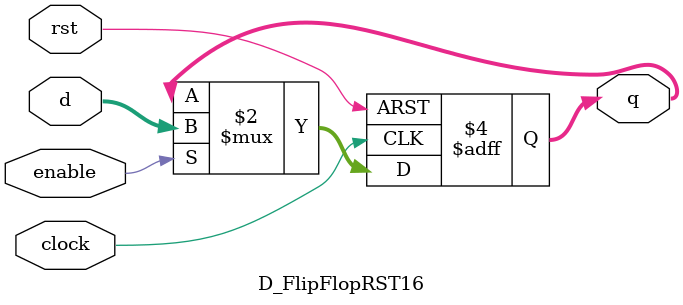
<source format=v>
module D_FlipFlopRST16( q,  d, clock, enable, rst);
	output reg [15:0] q;
	input[15:0] d;
	input clock, enable,rst; 
	//reg [15:0]q; 
	always @(posedge clock or posedge rst)
		begin
			if(rst)
				begin
					q<=1'b0;
				end
				
			else if(enable)
				begin
					q<=d;
				end										  
			end	
	
endmodule

</source>
